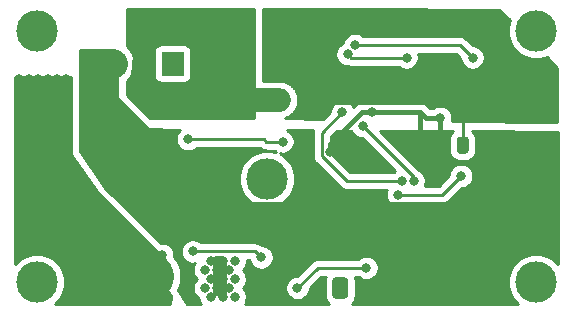
<source format=gbr>
%TF.GenerationSoftware,KiCad,Pcbnew,(5.1.9)-1*%
%TF.CreationDate,2021-04-21T21:59:07+08:00*%
%TF.ProjectId,xhp70-driver,78687037-302d-4647-9269-7665722e6b69,rev?*%
%TF.SameCoordinates,Original*%
%TF.FileFunction,Copper,L2,Bot*%
%TF.FilePolarity,Positive*%
%FSLAX46Y46*%
G04 Gerber Fmt 4.6, Leading zero omitted, Abs format (unit mm)*
G04 Created by KiCad (PCBNEW (5.1.9)-1) date 2021-04-21 21:59:07*
%MOMM*%
%LPD*%
G01*
G04 APERTURE LIST*
%TA.AperFunction,ComponentPad*%
%ADD10C,3.500000*%
%TD*%
%TA.AperFunction,ComponentPad*%
%ADD11O,1.905000X2.000000*%
%TD*%
%TA.AperFunction,ComponentPad*%
%ADD12R,1.905000X2.000000*%
%TD*%
%TA.AperFunction,ComponentPad*%
%ADD13O,2.000000X2.000000*%
%TD*%
%TA.AperFunction,ComponentPad*%
%ADD14R,2.000000X2.000000*%
%TD*%
%TA.AperFunction,ViaPad*%
%ADD15C,0.800000*%
%TD*%
%TA.AperFunction,Conductor*%
%ADD16C,3.000000*%
%TD*%
%TA.AperFunction,Conductor*%
%ADD17C,0.400000*%
%TD*%
%TA.AperFunction,Conductor*%
%ADD18C,2.500000*%
%TD*%
%TA.AperFunction,Conductor*%
%ADD19C,4.000000*%
%TD*%
%TA.AperFunction,Conductor*%
%ADD20C,0.250000*%
%TD*%
%TA.AperFunction,Conductor*%
%ADD21C,2.000000*%
%TD*%
%TA.AperFunction,Conductor*%
%ADD22C,0.254000*%
%TD*%
%TA.AperFunction,Conductor*%
%ADD23C,0.100000*%
%TD*%
G04 APERTURE END LIST*
%TO.P,C7,2*%
%TO.N,GND*%
%TA.AperFunction,SMDPad,CuDef*%
G36*
G01*
X149150000Y-62425000D02*
X149150000Y-63375000D01*
G75*
G02*
X148900000Y-63625000I-250000J0D01*
G01*
X148400000Y-63625000D01*
G75*
G02*
X148150000Y-63375000I0J250000D01*
G01*
X148150000Y-62425000D01*
G75*
G02*
X148400000Y-62175000I250000J0D01*
G01*
X148900000Y-62175000D01*
G75*
G02*
X149150000Y-62425000I0J-250000D01*
G01*
G37*
%TD.AperFunction*%
%TO.P,C7,1*%
%TO.N,Batt+*%
%TA.AperFunction,SMDPad,CuDef*%
G36*
G01*
X151050000Y-62425000D02*
X151050000Y-63375000D01*
G75*
G02*
X150800000Y-63625000I-250000J0D01*
G01*
X150300000Y-63625000D01*
G75*
G02*
X150050000Y-63375000I0J250000D01*
G01*
X150050000Y-62425000D01*
G75*
G02*
X150300000Y-62175000I250000J0D01*
G01*
X150800000Y-62175000D01*
G75*
G02*
X151050000Y-62425000I0J-250000D01*
G01*
G37*
%TD.AperFunction*%
%TD*%
D10*
%TO.P,H3,1*%
%TO.N,N/C*%
X156750000Y-74500000D03*
%TD*%
D11*
%TO.P,Q1,3*%
%TO.N,GND*%
X120920000Y-56000000D03*
%TO.P,Q1,2*%
%TO.N,Net-(D1-Pad2)*%
X123460000Y-56000000D03*
D12*
%TO.P,Q1,1*%
%TO.N,Net-(Q1-Pad1)*%
X126000000Y-56000000D03*
%TD*%
D13*
%TO.P,D1,2*%
%TO.N,Net-(D1-Pad2)*%
X135000000Y-59080000D03*
D14*
%TO.P,D1,1*%
%TO.N,Batt+*%
X135000000Y-54000000D03*
%TD*%
%TO.P,R2,2*%
%TO.N,Net-(C3-Pad2)*%
%TA.AperFunction,SMDPad,CuDef*%
G36*
G01*
X124687500Y-72574999D02*
X124687500Y-75425001D01*
G75*
G02*
X124437501Y-75675000I-249999J0D01*
G01*
X123712499Y-75675000D01*
G75*
G02*
X123462500Y-75425001I0J249999D01*
G01*
X123462500Y-72574999D01*
G75*
G02*
X123712499Y-72325000I249999J0D01*
G01*
X124437501Y-72325000D01*
G75*
G02*
X124687500Y-72574999I0J-249999D01*
G01*
G37*
%TD.AperFunction*%
%TO.P,R2,1*%
%TO.N,Batt+*%
%TA.AperFunction,SMDPad,CuDef*%
G36*
G01*
X130612500Y-72574999D02*
X130612500Y-75425001D01*
G75*
G02*
X130362501Y-75675000I-249999J0D01*
G01*
X129637499Y-75675000D01*
G75*
G02*
X129387500Y-75425001I0J249999D01*
G01*
X129387500Y-72574999D01*
G75*
G02*
X129637499Y-72325000I249999J0D01*
G01*
X130362501Y-72325000D01*
G75*
G02*
X130612500Y-72574999I0J-249999D01*
G01*
G37*
%TD.AperFunction*%
%TD*%
%TO.P,C1,2*%
%TO.N,GND*%
%TA.AperFunction,SMDPad,CuDef*%
G36*
G01*
X142650000Y-75650003D02*
X142650000Y-74349997D01*
G75*
G02*
X142899997Y-74100000I249997J0D01*
G01*
X143725003Y-74100000D01*
G75*
G02*
X143975000Y-74349997I0J-249997D01*
G01*
X143975000Y-75650003D01*
G75*
G02*
X143725003Y-75900000I-249997J0D01*
G01*
X142899997Y-75900000D01*
G75*
G02*
X142650000Y-75650003I0J249997D01*
G01*
G37*
%TD.AperFunction*%
%TO.P,C1,1*%
%TO.N,Batt+*%
%TA.AperFunction,SMDPad,CuDef*%
G36*
G01*
X139525000Y-75650003D02*
X139525000Y-74349997D01*
G75*
G02*
X139774997Y-74100000I249997J0D01*
G01*
X140600003Y-74100000D01*
G75*
G02*
X140850000Y-74349997I0J-249997D01*
G01*
X140850000Y-75650003D01*
G75*
G02*
X140600003Y-75900000I-249997J0D01*
G01*
X139774997Y-75900000D01*
G75*
G02*
X139525000Y-75650003I0J249997D01*
G01*
G37*
%TD.AperFunction*%
%TD*%
D10*
%TO.P,H1,1*%
%TO.N,N/C*%
X114500000Y-53250000D03*
%TD*%
%TO.P,H5,1*%
%TO.N,N/C*%
X134000000Y-65750000D03*
%TD*%
%TO.P,H4,1*%
%TO.N,N/C*%
X156750000Y-53250000D03*
%TD*%
%TO.P,H2,1*%
%TO.N,N/C*%
X114500000Y-74500000D03*
%TD*%
D15*
%TO.N,GND*%
X137000000Y-72700000D03*
X158000000Y-63500000D03*
X157000000Y-63500000D03*
X156000000Y-63500000D03*
X155000000Y-63500000D03*
X155000000Y-64500000D03*
X156000000Y-64500000D03*
X157000000Y-64500000D03*
X158000000Y-64500000D03*
X156000000Y-66500000D03*
X157000000Y-66500000D03*
X158000000Y-66500000D03*
X155000000Y-66500000D03*
X155000000Y-65500000D03*
X156000000Y-65500000D03*
X158000000Y-65500000D03*
X157000000Y-65500000D03*
X147750000Y-72425000D03*
X140900000Y-68000000D03*
X141700000Y-68000000D03*
X142500000Y-68000000D03*
X143300000Y-68000000D03*
X140900000Y-68800000D03*
X141700000Y-68800000D03*
X142500000Y-68800000D03*
X143300000Y-68800000D03*
X143300000Y-69600000D03*
X142500000Y-69600000D03*
X141700000Y-69600000D03*
X140900000Y-69600000D03*
X140900000Y-70400000D03*
X141700000Y-70400000D03*
X142500000Y-70400000D03*
X143300000Y-70400000D03*
X139350000Y-63500000D03*
X142838803Y-60100000D03*
X146375000Y-63500000D03*
X151000000Y-70500000D03*
X143312500Y-75000000D03*
X148650000Y-60600000D03*
%TO.N,Net-(C3-Pad2)*%
X122700000Y-72200000D03*
X123500000Y-72200000D03*
X124300000Y-72200000D03*
X125100000Y-72200000D03*
X124700000Y-72900000D03*
X123900000Y-72900000D03*
X123100000Y-72900000D03*
X125100000Y-73600000D03*
X122700000Y-73600000D03*
X124300000Y-73600000D03*
X123500000Y-73600000D03*
X123900000Y-74300000D03*
X123100000Y-74300000D03*
X124700000Y-74300000D03*
X125100000Y-75000000D03*
X123900000Y-75700000D03*
X123100000Y-75700000D03*
X124700000Y-75700000D03*
X123500000Y-75000000D03*
X124300000Y-75000000D03*
X122700000Y-75000000D03*
X113000000Y-57300000D03*
X142400000Y-73300000D03*
X136562500Y-75000000D03*
X136562500Y-75000000D03*
X113800000Y-57300000D03*
X114600000Y-57300000D03*
X115400000Y-57300000D03*
X116200000Y-57300000D03*
X116600000Y-58000000D03*
X115000000Y-58000000D03*
X114200000Y-58000000D03*
X115800000Y-58000000D03*
X113400000Y-58000000D03*
X117000000Y-57300000D03*
X116200000Y-58700000D03*
X116600000Y-59400000D03*
X114200000Y-59400000D03*
X114600000Y-58700000D03*
X115000000Y-59400000D03*
X113400000Y-59400000D03*
X115800000Y-59400000D03*
X117000000Y-58700000D03*
X113800000Y-58700000D03*
X115400000Y-58700000D03*
X113000000Y-58700000D03*
X115800000Y-60800000D03*
X113000000Y-60100000D03*
X115400000Y-60100000D03*
X114200000Y-60800000D03*
X116600000Y-60800000D03*
X115000000Y-60800000D03*
X113800000Y-60100000D03*
X117000000Y-60100000D03*
X116200000Y-60100000D03*
X114600000Y-60100000D03*
X113400000Y-60800000D03*
X122300000Y-75700000D03*
X120700000Y-74300000D03*
X121900000Y-72200000D03*
X121900000Y-73600000D03*
X122300000Y-74300000D03*
X120700000Y-75700000D03*
X121500000Y-75700000D03*
X121100000Y-73600000D03*
X120700000Y-72900000D03*
X121100000Y-75000000D03*
X121900000Y-75000000D03*
X121500000Y-74300000D03*
X122300000Y-72900000D03*
X121500000Y-72900000D03*
X121100000Y-72200000D03*
X119900000Y-72900000D03*
X119100000Y-72900000D03*
X118700000Y-72200000D03*
X119900000Y-75700000D03*
X119500000Y-72200000D03*
X118300000Y-75700000D03*
X119100000Y-75700000D03*
X118700000Y-73600000D03*
X118300000Y-72900000D03*
X118700000Y-75000000D03*
X119500000Y-75000000D03*
X119100000Y-74300000D03*
X119500000Y-73600000D03*
X119900000Y-74300000D03*
X118300000Y-74300000D03*
X120300000Y-72200000D03*
X120300000Y-75000000D03*
X120300000Y-73600000D03*
X117500000Y-75700000D03*
X117500000Y-72900000D03*
X117900000Y-72200000D03*
X117900000Y-75000000D03*
X117900000Y-73600000D03*
X117500000Y-74300000D03*
%TO.N,Net-(D1-Pad2)*%
X122700000Y-58000000D03*
X123100000Y-58700000D03*
X123500000Y-58000000D03*
X124700000Y-58700000D03*
X124300000Y-59400000D03*
X123900000Y-58700000D03*
X123500000Y-59400000D03*
X123900000Y-60100000D03*
X124700000Y-60100000D03*
X124300000Y-58000000D03*
X125100000Y-59400000D03*
X125500000Y-60100000D03*
X125100000Y-58000000D03*
X125500000Y-58700000D03*
X125900000Y-59400000D03*
X126300000Y-60100000D03*
X125900000Y-58000000D03*
X126700000Y-59400000D03*
X127100000Y-60100000D03*
X126300000Y-58700000D03*
X126700000Y-58000000D03*
X127100000Y-58700000D03*
%TO.N,Net-(Q1-Pad1)*%
X127300000Y-62400000D03*
X135300000Y-62600000D03*
%TO.N,Batt+*%
X158000000Y-59000000D03*
X158000000Y-60000000D03*
X157000000Y-60000000D03*
X157000000Y-59000000D03*
X156000000Y-59000000D03*
X156000000Y-60000000D03*
X155000000Y-60000000D03*
X155000000Y-59000000D03*
X155000000Y-58000000D03*
X156000000Y-58000000D03*
X157000000Y-58000000D03*
X158000000Y-58000000D03*
X158000000Y-57000000D03*
X157000000Y-57000000D03*
X156000000Y-57000000D03*
X155000000Y-57000000D03*
X129250000Y-72750000D03*
X130250000Y-72750000D03*
X131250000Y-72750000D03*
X130750000Y-73500000D03*
X129750000Y-73500000D03*
X128750000Y-73500000D03*
X131250000Y-74250000D03*
X129250000Y-74250000D03*
X130250000Y-74250000D03*
X129250000Y-75750000D03*
X130250000Y-75750000D03*
X131250000Y-75750000D03*
X130750000Y-75000000D03*
X128750000Y-75000000D03*
X129750000Y-75000000D03*
X144000000Y-58000000D03*
X140193750Y-74993750D03*
X147700000Y-58000000D03*
%TO.N,PWM*%
X142100000Y-61300000D03*
X146387347Y-65912653D03*
%TO.N,Net-(C3-Pad1)*%
X133500000Y-72400000D03*
X127700000Y-71900000D03*
%TO.N,+5V*%
X145800000Y-55500000D03*
X140800000Y-55200000D03*
X145068094Y-67100001D03*
X150425000Y-65500000D03*
%TO.N,NTC*%
X145388060Y-65950451D03*
X140365000Y-60100000D03*
%TO.N,EC_B*%
X141440186Y-54431777D03*
X151400000Y-55500000D03*
%TD*%
D16*
%TO.N,GND*%
X129662002Y-69200001D02*
X120147489Y-59685488D01*
X155000000Y-64500000D02*
X150299999Y-69200001D01*
D17*
X137000000Y-69700002D02*
X137500001Y-69200001D01*
X137000000Y-72700000D02*
X137000000Y-69700002D01*
D16*
X137500001Y-69200001D02*
X129662002Y-69200001D01*
D17*
X145175000Y-75000000D02*
X147750000Y-72425000D01*
X143312500Y-75000000D02*
X143312500Y-75000000D01*
X147750000Y-70550000D02*
X149099999Y-69200001D01*
X147750000Y-72425000D02*
X147750000Y-70550000D01*
D16*
X150299999Y-69200001D02*
X149099999Y-69200001D01*
X149099999Y-69200001D02*
X145300001Y-69200001D01*
X145300001Y-69200001D02*
X137500001Y-69200001D01*
D17*
X139350000Y-62775000D02*
X142025000Y-60100000D01*
X142025000Y-60100000D02*
X142838803Y-60100000D01*
X139350000Y-63500000D02*
X139350000Y-62775000D01*
X142838803Y-60100000D02*
X146950000Y-60100000D01*
X146950000Y-62925000D02*
X146375000Y-63500000D01*
X146950000Y-60100000D02*
X146950000Y-62925000D01*
D18*
X120920000Y-56000000D02*
X120250000Y-56000000D01*
X120147489Y-56102511D02*
X120147489Y-59685488D01*
X120250000Y-56000000D02*
X120147489Y-56102511D01*
D17*
X143312500Y-75000000D02*
X145175000Y-75000000D01*
X147450000Y-60600000D02*
X146950000Y-60100000D01*
X148650000Y-60600000D02*
X147450000Y-60600000D01*
X148650000Y-62900000D02*
X148650000Y-60600000D01*
D19*
%TO.N,Net-(C3-Pad2)*%
X115000000Y-64925000D02*
X115000000Y-59000000D01*
X124075000Y-74000000D02*
X115000000Y-64925000D01*
D20*
X138262500Y-73300000D02*
X136562500Y-75000000D01*
X142400000Y-73300000D02*
X138262500Y-73300000D01*
D21*
%TO.N,Net-(D1-Pad2)*%
X123450000Y-56810608D02*
X123450000Y-56931824D01*
X123450000Y-58360001D02*
X123450000Y-57250000D01*
X124067498Y-59080000D02*
X123993749Y-59006251D01*
X135000000Y-59080000D02*
X124067498Y-59080000D01*
X123993749Y-59006251D02*
X123347499Y-58360001D01*
D20*
%TO.N,Net-(Q1-Pad1)*%
X133921002Y-62600000D02*
X135300000Y-62600000D01*
X133721002Y-62400000D02*
X133921002Y-62600000D01*
X127300000Y-62400000D02*
X133721002Y-62400000D01*
D16*
%TO.N,Batt+*%
X139000000Y-58000000D02*
X135000000Y-54000000D01*
X144000000Y-58000000D02*
X139000000Y-58000000D01*
D20*
X150550000Y-59850000D02*
X152400000Y-58000000D01*
D16*
X155000000Y-58000000D02*
X152400000Y-58000000D01*
D20*
X150550000Y-62900000D02*
X150550000Y-60250000D01*
X150550000Y-60250000D02*
X150550000Y-59850000D01*
X150550000Y-60600000D02*
X150550000Y-60250000D01*
D16*
X147700000Y-58000000D02*
X144000000Y-58000000D01*
X152400000Y-58000000D02*
X147700000Y-58000000D01*
D20*
%TO.N,PWM*%
X146387347Y-65587347D02*
X146387347Y-65912653D01*
X142100000Y-61300000D02*
X146387347Y-65587347D01*
%TO.N,Net-(C3-Pad1)*%
X133000000Y-71900000D02*
X127700000Y-71900000D01*
X133500000Y-72400000D02*
X133000000Y-71900000D01*
%TO.N,+5V*%
X141100000Y-55500000D02*
X140800000Y-55200000D01*
X145800000Y-55500000D02*
X141100000Y-55500000D01*
X148824999Y-67100001D02*
X150425000Y-65500000D01*
X145068094Y-67100001D02*
X148824999Y-67100001D01*
%TO.N,NTC*%
X138624999Y-63848001D02*
X138624999Y-61840001D01*
X140727449Y-65950451D02*
X138624999Y-63848001D01*
X138624999Y-61840001D02*
X140365000Y-60100000D01*
X145388060Y-65950451D02*
X140727449Y-65950451D01*
%TO.N,EC_B*%
X141440186Y-54431777D02*
X150331777Y-54431777D01*
X150331777Y-54431777D02*
X151400000Y-55500000D01*
%TD*%
D22*
%TO.N,GND*%
X121373477Y-60461002D02*
X121378055Y-60485474D01*
X121387319Y-60508583D01*
X121400913Y-60529440D01*
X121418315Y-60547245D01*
X121448420Y-60566054D01*
X123698420Y-61566054D01*
X123722053Y-61573887D01*
X123749280Y-61576998D01*
X126644212Y-61593400D01*
X126640226Y-61596063D01*
X126496063Y-61740226D01*
X126382795Y-61909744D01*
X126304774Y-62098102D01*
X126265000Y-62298061D01*
X126265000Y-62501939D01*
X126304774Y-62701898D01*
X126382795Y-62890256D01*
X126496063Y-63059774D01*
X126640226Y-63203937D01*
X126809744Y-63317205D01*
X126998102Y-63395226D01*
X127198061Y-63435000D01*
X127401939Y-63435000D01*
X127601898Y-63395226D01*
X127790256Y-63317205D01*
X127959774Y-63203937D01*
X128003711Y-63160000D01*
X133405370Y-63160000D01*
X133496726Y-63234974D01*
X133628755Y-63305546D01*
X133772016Y-63349003D01*
X133883669Y-63360000D01*
X133883677Y-63360000D01*
X133921002Y-63363676D01*
X133958327Y-63360000D01*
X134596289Y-63360000D01*
X134640226Y-63403937D01*
X134757359Y-63482203D01*
X134695679Y-63456654D01*
X134234902Y-63365000D01*
X133765098Y-63365000D01*
X133304321Y-63456654D01*
X132870279Y-63636440D01*
X132479651Y-63897450D01*
X132147450Y-64229651D01*
X131886440Y-64620279D01*
X131706654Y-65054321D01*
X131615000Y-65515098D01*
X131615000Y-65984902D01*
X131706654Y-66445679D01*
X131886440Y-66879721D01*
X132147450Y-67270349D01*
X132479651Y-67602550D01*
X132870279Y-67863560D01*
X133304321Y-68043346D01*
X133765098Y-68135000D01*
X134234902Y-68135000D01*
X134695679Y-68043346D01*
X135129721Y-67863560D01*
X135520349Y-67602550D01*
X135852550Y-67270349D01*
X136113560Y-66879721D01*
X136293346Y-66445679D01*
X136385000Y-65984902D01*
X136385000Y-65515098D01*
X136293346Y-65054321D01*
X136113560Y-64620279D01*
X135852550Y-64229651D01*
X135520349Y-63897450D01*
X135129721Y-63636440D01*
X135059896Y-63607517D01*
X135198061Y-63635000D01*
X135401939Y-63635000D01*
X135601898Y-63595226D01*
X135790256Y-63517205D01*
X135959774Y-63403937D01*
X136103937Y-63259774D01*
X136217205Y-63090256D01*
X136295226Y-62901898D01*
X136335000Y-62701939D01*
X136335000Y-62498061D01*
X136295226Y-62298102D01*
X136217205Y-62109744D01*
X136103937Y-61940226D01*
X135959774Y-61796063D01*
X135790256Y-61682795D01*
X135698282Y-61644698D01*
X137886287Y-61657094D01*
X137875997Y-61691015D01*
X137865651Y-61796063D01*
X137861323Y-61840001D01*
X137865000Y-61877333D01*
X137864999Y-63810678D01*
X137861323Y-63848001D01*
X137864999Y-63885323D01*
X137864999Y-63885333D01*
X137875996Y-63996986D01*
X137911311Y-64113405D01*
X137919453Y-64140247D01*
X137990025Y-64272277D01*
X138029870Y-64320827D01*
X138084998Y-64388002D01*
X138114002Y-64411805D01*
X140163650Y-66461454D01*
X140187448Y-66490452D01*
X140303173Y-66585425D01*
X140435202Y-66655997D01*
X140578463Y-66699454D01*
X140690116Y-66710451D01*
X140690125Y-66710451D01*
X140727448Y-66714127D01*
X140764771Y-66710451D01*
X144109175Y-66710451D01*
X144072868Y-66798103D01*
X144033094Y-66998062D01*
X144033094Y-67201940D01*
X144072868Y-67401899D01*
X144150889Y-67590257D01*
X144264157Y-67759775D01*
X144408320Y-67903938D01*
X144577838Y-68017206D01*
X144766196Y-68095227D01*
X144966155Y-68135001D01*
X145170033Y-68135001D01*
X145369992Y-68095227D01*
X145558350Y-68017206D01*
X145727868Y-67903938D01*
X145771805Y-67860001D01*
X148787677Y-67860001D01*
X148824999Y-67863677D01*
X148862321Y-67860001D01*
X148862332Y-67860001D01*
X148973985Y-67849004D01*
X149117246Y-67805547D01*
X149249275Y-67734975D01*
X149365000Y-67640002D01*
X149388803Y-67610998D01*
X150464802Y-66535000D01*
X150526939Y-66535000D01*
X150726898Y-66495226D01*
X150915256Y-66417205D01*
X151084774Y-66303937D01*
X151228937Y-66159774D01*
X151342205Y-65990256D01*
X151420226Y-65801898D01*
X151460000Y-65601939D01*
X151460000Y-65398061D01*
X151420226Y-65198102D01*
X151342205Y-65009744D01*
X151228937Y-64840226D01*
X151084774Y-64696063D01*
X150915256Y-64582795D01*
X150726898Y-64504774D01*
X150526939Y-64465000D01*
X150323061Y-64465000D01*
X150123102Y-64504774D01*
X149934744Y-64582795D01*
X149765226Y-64696063D01*
X149621063Y-64840226D01*
X149507795Y-65009744D01*
X149429774Y-65198102D01*
X149390000Y-65398061D01*
X149390000Y-65460198D01*
X148510198Y-66340001D01*
X147330610Y-66340001D01*
X147382573Y-66214551D01*
X147422347Y-66014592D01*
X147422347Y-65810714D01*
X147382573Y-65610755D01*
X147304552Y-65422397D01*
X147191284Y-65252879D01*
X147047121Y-65108716D01*
X146877603Y-64995448D01*
X146865051Y-64990249D01*
X143564064Y-61689263D01*
X149760583Y-61724371D01*
X149672038Y-61797038D01*
X149561595Y-61931614D01*
X149479528Y-62085150D01*
X149428992Y-62251746D01*
X149411928Y-62425000D01*
X149411928Y-63375000D01*
X149428992Y-63548254D01*
X149479528Y-63714850D01*
X149561595Y-63868386D01*
X149672038Y-64002962D01*
X149806614Y-64113405D01*
X149960150Y-64195472D01*
X150126746Y-64246008D01*
X150300000Y-64263072D01*
X150800000Y-64263072D01*
X150973254Y-64246008D01*
X151139850Y-64195472D01*
X151293386Y-64113405D01*
X151427962Y-64002962D01*
X151538405Y-63868386D01*
X151620472Y-63714850D01*
X151671008Y-63548254D01*
X151688072Y-63375000D01*
X151688072Y-62425000D01*
X151671008Y-62251746D01*
X151620472Y-62085150D01*
X151538405Y-61931614D01*
X151427962Y-61797038D01*
X151350392Y-61733378D01*
X158595003Y-61774424D01*
X158601576Y-72978677D01*
X158270349Y-72647450D01*
X157879721Y-72386440D01*
X157445679Y-72206654D01*
X156984902Y-72115000D01*
X156515098Y-72115000D01*
X156054321Y-72206654D01*
X155620279Y-72386440D01*
X155229651Y-72647450D01*
X154897450Y-72979651D01*
X154636440Y-73370279D01*
X154456654Y-73804321D01*
X154365000Y-74265098D01*
X154365000Y-74734902D01*
X154456654Y-75195679D01*
X154636440Y-75629721D01*
X154897450Y-76020349D01*
X155217100Y-76339999D01*
X141152370Y-76340000D01*
X141227963Y-76277963D01*
X141338405Y-76143388D01*
X141420472Y-75989852D01*
X141471008Y-75823257D01*
X141488072Y-75650003D01*
X141488072Y-74349997D01*
X141471008Y-74176743D01*
X141435594Y-74060000D01*
X141696289Y-74060000D01*
X141740226Y-74103937D01*
X141909744Y-74217205D01*
X142098102Y-74295226D01*
X142298061Y-74335000D01*
X142501939Y-74335000D01*
X142701898Y-74295226D01*
X142890256Y-74217205D01*
X143059774Y-74103937D01*
X143203937Y-73959774D01*
X143317205Y-73790256D01*
X143395226Y-73601898D01*
X143435000Y-73401939D01*
X143435000Y-73198061D01*
X143395226Y-72998102D01*
X143317205Y-72809744D01*
X143203937Y-72640226D01*
X143059774Y-72496063D01*
X142890256Y-72382795D01*
X142701898Y-72304774D01*
X142501939Y-72265000D01*
X142298061Y-72265000D01*
X142098102Y-72304774D01*
X141909744Y-72382795D01*
X141740226Y-72496063D01*
X141696289Y-72540000D01*
X138299822Y-72540000D01*
X138262499Y-72536324D01*
X138225176Y-72540000D01*
X138225167Y-72540000D01*
X138113514Y-72550997D01*
X137970253Y-72594454D01*
X137838223Y-72665026D01*
X137754583Y-72733668D01*
X137722499Y-72759999D01*
X137698701Y-72788997D01*
X136522699Y-73965000D01*
X136460561Y-73965000D01*
X136260602Y-74004774D01*
X136072244Y-74082795D01*
X135902726Y-74196063D01*
X135758563Y-74340226D01*
X135645295Y-74509744D01*
X135567274Y-74698102D01*
X135527500Y-74898061D01*
X135527500Y-75101939D01*
X135567274Y-75301898D01*
X135645295Y-75490256D01*
X135758563Y-75659774D01*
X135902726Y-75803937D01*
X136072244Y-75917205D01*
X136260602Y-75995226D01*
X136460561Y-76035000D01*
X136664439Y-76035000D01*
X136864398Y-75995226D01*
X137052756Y-75917205D01*
X137222274Y-75803937D01*
X137366437Y-75659774D01*
X137479705Y-75490256D01*
X137557726Y-75301898D01*
X137597500Y-75101939D01*
X137597500Y-75039801D01*
X138577302Y-74060000D01*
X138939406Y-74060000D01*
X138903992Y-74176743D01*
X138886928Y-74349997D01*
X138886928Y-75650003D01*
X138903992Y-75823257D01*
X138954528Y-75989852D01*
X139036595Y-76143388D01*
X139147037Y-76277963D01*
X139222630Y-76340000D01*
X132100558Y-76340000D01*
X132167205Y-76240256D01*
X132245226Y-76051898D01*
X132285000Y-75851939D01*
X132285000Y-75648061D01*
X132245226Y-75448102D01*
X132167205Y-75259744D01*
X132053937Y-75090226D01*
X131963711Y-75000000D01*
X132053937Y-74909774D01*
X132167205Y-74740256D01*
X132245226Y-74551898D01*
X132285000Y-74351939D01*
X132285000Y-74148061D01*
X132245226Y-73948102D01*
X132167205Y-73759744D01*
X132053937Y-73590226D01*
X131963711Y-73500000D01*
X132053937Y-73409774D01*
X132167205Y-73240256D01*
X132245226Y-73051898D01*
X132285000Y-72851939D01*
X132285000Y-72660000D01*
X132496440Y-72660000D01*
X132504774Y-72701898D01*
X132582795Y-72890256D01*
X132696063Y-73059774D01*
X132840226Y-73203937D01*
X133009744Y-73317205D01*
X133198102Y-73395226D01*
X133398061Y-73435000D01*
X133601939Y-73435000D01*
X133801898Y-73395226D01*
X133990256Y-73317205D01*
X134159774Y-73203937D01*
X134303937Y-73059774D01*
X134417205Y-72890256D01*
X134495226Y-72701898D01*
X134535000Y-72501939D01*
X134535000Y-72298061D01*
X134495226Y-72098102D01*
X134417205Y-71909744D01*
X134303937Y-71740226D01*
X134159774Y-71596063D01*
X133990256Y-71482795D01*
X133801898Y-71404774D01*
X133601939Y-71365000D01*
X133544105Y-71365000D01*
X133540001Y-71359999D01*
X133424276Y-71265026D01*
X133292247Y-71194454D01*
X133148986Y-71150997D01*
X133037333Y-71140000D01*
X133037322Y-71140000D01*
X133000000Y-71136324D01*
X132962678Y-71140000D01*
X128403711Y-71140000D01*
X128359774Y-71096063D01*
X128190256Y-70982795D01*
X128001898Y-70904774D01*
X127801939Y-70865000D01*
X127598061Y-70865000D01*
X127398102Y-70904774D01*
X127209744Y-70982795D01*
X127040226Y-71096063D01*
X126896063Y-71240226D01*
X126782795Y-71409744D01*
X126704774Y-71598102D01*
X126665000Y-71798061D01*
X126665000Y-72001939D01*
X126704774Y-72201898D01*
X126782795Y-72390256D01*
X126896063Y-72559774D01*
X127040226Y-72703937D01*
X127209744Y-72817205D01*
X127398102Y-72895226D01*
X127598061Y-72935000D01*
X127801939Y-72935000D01*
X127895122Y-72916465D01*
X127832795Y-73009744D01*
X127754774Y-73198102D01*
X127715000Y-73398061D01*
X127715000Y-73601939D01*
X127754774Y-73801898D01*
X127832795Y-73990256D01*
X127946063Y-74159774D01*
X128036289Y-74250000D01*
X127946063Y-74340226D01*
X127832795Y-74509744D01*
X127754774Y-74698102D01*
X127715000Y-74898061D01*
X127715000Y-75101939D01*
X127754774Y-75301898D01*
X127832795Y-75490256D01*
X127946063Y-75659774D01*
X128090226Y-75803937D01*
X128223114Y-75892729D01*
X128254774Y-76051898D01*
X128332795Y-76240256D01*
X128399442Y-76340000D01*
X127230521Y-76340000D01*
X126424196Y-75194733D01*
X126521201Y-75013249D01*
X126671873Y-74516549D01*
X126722748Y-73999999D01*
X126671873Y-73483449D01*
X126521201Y-72986750D01*
X126276522Y-72528989D01*
X126126258Y-72345891D01*
X126135000Y-72301939D01*
X126135000Y-72098061D01*
X126095226Y-71898102D01*
X126017205Y-71709744D01*
X125903937Y-71540226D01*
X125759774Y-71396063D01*
X125590256Y-71282795D01*
X125401898Y-71204774D01*
X125201939Y-71165000D01*
X124998061Y-71165000D01*
X124971697Y-71170244D01*
X120305568Y-66504115D01*
X118127000Y-63409778D01*
X118127000Y-54827000D01*
X120883564Y-54827000D01*
X121373477Y-60461002D01*
%TA.AperFunction,Conductor*%
D23*
G36*
X121373477Y-60461002D02*
G01*
X121378055Y-60485474D01*
X121387319Y-60508583D01*
X121400913Y-60529440D01*
X121418315Y-60547245D01*
X121448420Y-60566054D01*
X123698420Y-61566054D01*
X123722053Y-61573887D01*
X123749280Y-61576998D01*
X126644212Y-61593400D01*
X126640226Y-61596063D01*
X126496063Y-61740226D01*
X126382795Y-61909744D01*
X126304774Y-62098102D01*
X126265000Y-62298061D01*
X126265000Y-62501939D01*
X126304774Y-62701898D01*
X126382795Y-62890256D01*
X126496063Y-63059774D01*
X126640226Y-63203937D01*
X126809744Y-63317205D01*
X126998102Y-63395226D01*
X127198061Y-63435000D01*
X127401939Y-63435000D01*
X127601898Y-63395226D01*
X127790256Y-63317205D01*
X127959774Y-63203937D01*
X128003711Y-63160000D01*
X133405370Y-63160000D01*
X133496726Y-63234974D01*
X133628755Y-63305546D01*
X133772016Y-63349003D01*
X133883669Y-63360000D01*
X133883677Y-63360000D01*
X133921002Y-63363676D01*
X133958327Y-63360000D01*
X134596289Y-63360000D01*
X134640226Y-63403937D01*
X134757359Y-63482203D01*
X134695679Y-63456654D01*
X134234902Y-63365000D01*
X133765098Y-63365000D01*
X133304321Y-63456654D01*
X132870279Y-63636440D01*
X132479651Y-63897450D01*
X132147450Y-64229651D01*
X131886440Y-64620279D01*
X131706654Y-65054321D01*
X131615000Y-65515098D01*
X131615000Y-65984902D01*
X131706654Y-66445679D01*
X131886440Y-66879721D01*
X132147450Y-67270349D01*
X132479651Y-67602550D01*
X132870279Y-67863560D01*
X133304321Y-68043346D01*
X133765098Y-68135000D01*
X134234902Y-68135000D01*
X134695679Y-68043346D01*
X135129721Y-67863560D01*
X135520349Y-67602550D01*
X135852550Y-67270349D01*
X136113560Y-66879721D01*
X136293346Y-66445679D01*
X136385000Y-65984902D01*
X136385000Y-65515098D01*
X136293346Y-65054321D01*
X136113560Y-64620279D01*
X135852550Y-64229651D01*
X135520349Y-63897450D01*
X135129721Y-63636440D01*
X135059896Y-63607517D01*
X135198061Y-63635000D01*
X135401939Y-63635000D01*
X135601898Y-63595226D01*
X135790256Y-63517205D01*
X135959774Y-63403937D01*
X136103937Y-63259774D01*
X136217205Y-63090256D01*
X136295226Y-62901898D01*
X136335000Y-62701939D01*
X136335000Y-62498061D01*
X136295226Y-62298102D01*
X136217205Y-62109744D01*
X136103937Y-61940226D01*
X135959774Y-61796063D01*
X135790256Y-61682795D01*
X135698282Y-61644698D01*
X137886287Y-61657094D01*
X137875997Y-61691015D01*
X137865651Y-61796063D01*
X137861323Y-61840001D01*
X137865000Y-61877333D01*
X137864999Y-63810678D01*
X137861323Y-63848001D01*
X137864999Y-63885323D01*
X137864999Y-63885333D01*
X137875996Y-63996986D01*
X137911311Y-64113405D01*
X137919453Y-64140247D01*
X137990025Y-64272277D01*
X138029870Y-64320827D01*
X138084998Y-64388002D01*
X138114002Y-64411805D01*
X140163650Y-66461454D01*
X140187448Y-66490452D01*
X140303173Y-66585425D01*
X140435202Y-66655997D01*
X140578463Y-66699454D01*
X140690116Y-66710451D01*
X140690125Y-66710451D01*
X140727448Y-66714127D01*
X140764771Y-66710451D01*
X144109175Y-66710451D01*
X144072868Y-66798103D01*
X144033094Y-66998062D01*
X144033094Y-67201940D01*
X144072868Y-67401899D01*
X144150889Y-67590257D01*
X144264157Y-67759775D01*
X144408320Y-67903938D01*
X144577838Y-68017206D01*
X144766196Y-68095227D01*
X144966155Y-68135001D01*
X145170033Y-68135001D01*
X145369992Y-68095227D01*
X145558350Y-68017206D01*
X145727868Y-67903938D01*
X145771805Y-67860001D01*
X148787677Y-67860001D01*
X148824999Y-67863677D01*
X148862321Y-67860001D01*
X148862332Y-67860001D01*
X148973985Y-67849004D01*
X149117246Y-67805547D01*
X149249275Y-67734975D01*
X149365000Y-67640002D01*
X149388803Y-67610998D01*
X150464802Y-66535000D01*
X150526939Y-66535000D01*
X150726898Y-66495226D01*
X150915256Y-66417205D01*
X151084774Y-66303937D01*
X151228937Y-66159774D01*
X151342205Y-65990256D01*
X151420226Y-65801898D01*
X151460000Y-65601939D01*
X151460000Y-65398061D01*
X151420226Y-65198102D01*
X151342205Y-65009744D01*
X151228937Y-64840226D01*
X151084774Y-64696063D01*
X150915256Y-64582795D01*
X150726898Y-64504774D01*
X150526939Y-64465000D01*
X150323061Y-64465000D01*
X150123102Y-64504774D01*
X149934744Y-64582795D01*
X149765226Y-64696063D01*
X149621063Y-64840226D01*
X149507795Y-65009744D01*
X149429774Y-65198102D01*
X149390000Y-65398061D01*
X149390000Y-65460198D01*
X148510198Y-66340001D01*
X147330610Y-66340001D01*
X147382573Y-66214551D01*
X147422347Y-66014592D01*
X147422347Y-65810714D01*
X147382573Y-65610755D01*
X147304552Y-65422397D01*
X147191284Y-65252879D01*
X147047121Y-65108716D01*
X146877603Y-64995448D01*
X146865051Y-64990249D01*
X143564064Y-61689263D01*
X149760583Y-61724371D01*
X149672038Y-61797038D01*
X149561595Y-61931614D01*
X149479528Y-62085150D01*
X149428992Y-62251746D01*
X149411928Y-62425000D01*
X149411928Y-63375000D01*
X149428992Y-63548254D01*
X149479528Y-63714850D01*
X149561595Y-63868386D01*
X149672038Y-64002962D01*
X149806614Y-64113405D01*
X149960150Y-64195472D01*
X150126746Y-64246008D01*
X150300000Y-64263072D01*
X150800000Y-64263072D01*
X150973254Y-64246008D01*
X151139850Y-64195472D01*
X151293386Y-64113405D01*
X151427962Y-64002962D01*
X151538405Y-63868386D01*
X151620472Y-63714850D01*
X151671008Y-63548254D01*
X151688072Y-63375000D01*
X151688072Y-62425000D01*
X151671008Y-62251746D01*
X151620472Y-62085150D01*
X151538405Y-61931614D01*
X151427962Y-61797038D01*
X151350392Y-61733378D01*
X158595003Y-61774424D01*
X158601576Y-72978677D01*
X158270349Y-72647450D01*
X157879721Y-72386440D01*
X157445679Y-72206654D01*
X156984902Y-72115000D01*
X156515098Y-72115000D01*
X156054321Y-72206654D01*
X155620279Y-72386440D01*
X155229651Y-72647450D01*
X154897450Y-72979651D01*
X154636440Y-73370279D01*
X154456654Y-73804321D01*
X154365000Y-74265098D01*
X154365000Y-74734902D01*
X154456654Y-75195679D01*
X154636440Y-75629721D01*
X154897450Y-76020349D01*
X155217100Y-76339999D01*
X141152370Y-76340000D01*
X141227963Y-76277963D01*
X141338405Y-76143388D01*
X141420472Y-75989852D01*
X141471008Y-75823257D01*
X141488072Y-75650003D01*
X141488072Y-74349997D01*
X141471008Y-74176743D01*
X141435594Y-74060000D01*
X141696289Y-74060000D01*
X141740226Y-74103937D01*
X141909744Y-74217205D01*
X142098102Y-74295226D01*
X142298061Y-74335000D01*
X142501939Y-74335000D01*
X142701898Y-74295226D01*
X142890256Y-74217205D01*
X143059774Y-74103937D01*
X143203937Y-73959774D01*
X143317205Y-73790256D01*
X143395226Y-73601898D01*
X143435000Y-73401939D01*
X143435000Y-73198061D01*
X143395226Y-72998102D01*
X143317205Y-72809744D01*
X143203937Y-72640226D01*
X143059774Y-72496063D01*
X142890256Y-72382795D01*
X142701898Y-72304774D01*
X142501939Y-72265000D01*
X142298061Y-72265000D01*
X142098102Y-72304774D01*
X141909744Y-72382795D01*
X141740226Y-72496063D01*
X141696289Y-72540000D01*
X138299822Y-72540000D01*
X138262499Y-72536324D01*
X138225176Y-72540000D01*
X138225167Y-72540000D01*
X138113514Y-72550997D01*
X137970253Y-72594454D01*
X137838223Y-72665026D01*
X137754583Y-72733668D01*
X137722499Y-72759999D01*
X137698701Y-72788997D01*
X136522699Y-73965000D01*
X136460561Y-73965000D01*
X136260602Y-74004774D01*
X136072244Y-74082795D01*
X135902726Y-74196063D01*
X135758563Y-74340226D01*
X135645295Y-74509744D01*
X135567274Y-74698102D01*
X135527500Y-74898061D01*
X135527500Y-75101939D01*
X135567274Y-75301898D01*
X135645295Y-75490256D01*
X135758563Y-75659774D01*
X135902726Y-75803937D01*
X136072244Y-75917205D01*
X136260602Y-75995226D01*
X136460561Y-76035000D01*
X136664439Y-76035000D01*
X136864398Y-75995226D01*
X137052756Y-75917205D01*
X137222274Y-75803937D01*
X137366437Y-75659774D01*
X137479705Y-75490256D01*
X137557726Y-75301898D01*
X137597500Y-75101939D01*
X137597500Y-75039801D01*
X138577302Y-74060000D01*
X138939406Y-74060000D01*
X138903992Y-74176743D01*
X138886928Y-74349997D01*
X138886928Y-75650003D01*
X138903992Y-75823257D01*
X138954528Y-75989852D01*
X139036595Y-76143388D01*
X139147037Y-76277963D01*
X139222630Y-76340000D01*
X132100558Y-76340000D01*
X132167205Y-76240256D01*
X132245226Y-76051898D01*
X132285000Y-75851939D01*
X132285000Y-75648061D01*
X132245226Y-75448102D01*
X132167205Y-75259744D01*
X132053937Y-75090226D01*
X131963711Y-75000000D01*
X132053937Y-74909774D01*
X132167205Y-74740256D01*
X132245226Y-74551898D01*
X132285000Y-74351939D01*
X132285000Y-74148061D01*
X132245226Y-73948102D01*
X132167205Y-73759744D01*
X132053937Y-73590226D01*
X131963711Y-73500000D01*
X132053937Y-73409774D01*
X132167205Y-73240256D01*
X132245226Y-73051898D01*
X132285000Y-72851939D01*
X132285000Y-72660000D01*
X132496440Y-72660000D01*
X132504774Y-72701898D01*
X132582795Y-72890256D01*
X132696063Y-73059774D01*
X132840226Y-73203937D01*
X133009744Y-73317205D01*
X133198102Y-73395226D01*
X133398061Y-73435000D01*
X133601939Y-73435000D01*
X133801898Y-73395226D01*
X133990256Y-73317205D01*
X134159774Y-73203937D01*
X134303937Y-73059774D01*
X134417205Y-72890256D01*
X134495226Y-72701898D01*
X134535000Y-72501939D01*
X134535000Y-72298061D01*
X134495226Y-72098102D01*
X134417205Y-71909744D01*
X134303937Y-71740226D01*
X134159774Y-71596063D01*
X133990256Y-71482795D01*
X133801898Y-71404774D01*
X133601939Y-71365000D01*
X133544105Y-71365000D01*
X133540001Y-71359999D01*
X133424276Y-71265026D01*
X133292247Y-71194454D01*
X133148986Y-71150997D01*
X133037333Y-71140000D01*
X133037322Y-71140000D01*
X133000000Y-71136324D01*
X132962678Y-71140000D01*
X128403711Y-71140000D01*
X128359774Y-71096063D01*
X128190256Y-70982795D01*
X128001898Y-70904774D01*
X127801939Y-70865000D01*
X127598061Y-70865000D01*
X127398102Y-70904774D01*
X127209744Y-70982795D01*
X127040226Y-71096063D01*
X126896063Y-71240226D01*
X126782795Y-71409744D01*
X126704774Y-71598102D01*
X126665000Y-71798061D01*
X126665000Y-72001939D01*
X126704774Y-72201898D01*
X126782795Y-72390256D01*
X126896063Y-72559774D01*
X127040226Y-72703937D01*
X127209744Y-72817205D01*
X127398102Y-72895226D01*
X127598061Y-72935000D01*
X127801939Y-72935000D01*
X127895122Y-72916465D01*
X127832795Y-73009744D01*
X127754774Y-73198102D01*
X127715000Y-73398061D01*
X127715000Y-73601939D01*
X127754774Y-73801898D01*
X127832795Y-73990256D01*
X127946063Y-74159774D01*
X128036289Y-74250000D01*
X127946063Y-74340226D01*
X127832795Y-74509744D01*
X127754774Y-74698102D01*
X127715000Y-74898061D01*
X127715000Y-75101939D01*
X127754774Y-75301898D01*
X127832795Y-75490256D01*
X127946063Y-75659774D01*
X128090226Y-75803937D01*
X128223114Y-75892729D01*
X128254774Y-76051898D01*
X128332795Y-76240256D01*
X128399442Y-76340000D01*
X127230521Y-76340000D01*
X126424196Y-75194733D01*
X126521201Y-75013249D01*
X126671873Y-74516549D01*
X126722748Y-73999999D01*
X126671873Y-73483449D01*
X126521201Y-72986750D01*
X126276522Y-72528989D01*
X126126258Y-72345891D01*
X126135000Y-72301939D01*
X126135000Y-72098061D01*
X126095226Y-71898102D01*
X126017205Y-71709744D01*
X125903937Y-71540226D01*
X125759774Y-71396063D01*
X125590256Y-71282795D01*
X125401898Y-71204774D01*
X125201939Y-71165000D01*
X124998061Y-71165000D01*
X124971697Y-71170244D01*
X120305568Y-66504115D01*
X118127000Y-63409778D01*
X118127000Y-54827000D01*
X120883564Y-54827000D01*
X121373477Y-60461002D01*
G37*
%TD.AperFunction*%
D22*
X141135262Y-61675502D02*
X141182795Y-61790256D01*
X141296063Y-61959774D01*
X141440226Y-62103937D01*
X141609744Y-62217205D01*
X141798102Y-62295226D01*
X141998061Y-62335000D01*
X142060199Y-62335000D01*
X144814264Y-65089066D01*
X144728286Y-65146514D01*
X144684349Y-65190451D01*
X141042251Y-65190451D01*
X139384999Y-63533200D01*
X139384999Y-62154802D01*
X139871460Y-61668342D01*
X141135262Y-61675502D01*
%TA.AperFunction,Conductor*%
D23*
G36*
X141135262Y-61675502D02*
G01*
X141182795Y-61790256D01*
X141296063Y-61959774D01*
X141440226Y-62103937D01*
X141609744Y-62217205D01*
X141798102Y-62295226D01*
X141998061Y-62335000D01*
X142060199Y-62335000D01*
X144814264Y-65089066D01*
X144728286Y-65146514D01*
X144684349Y-65190451D01*
X141042251Y-65190451D01*
X139384999Y-63533200D01*
X139384999Y-62154802D01*
X139871460Y-61668342D01*
X141135262Y-61675502D01*
G37*
%TD.AperFunction*%
%TD*%
D22*
%TO.N,Net-(D1-Pad2)*%
X132865000Y-53895128D02*
X132854671Y-54000000D01*
X132865000Y-54104872D01*
X132865000Y-60623000D01*
X124104346Y-60623000D01*
X122127000Y-58645654D01*
X122127000Y-57447958D01*
X122259345Y-57339345D01*
X122494903Y-57052317D01*
X122669939Y-56724848D01*
X122777725Y-56369524D01*
X122814120Y-56000000D01*
X122777725Y-55630476D01*
X122669939Y-55275152D01*
X122522868Y-55000000D01*
X124409428Y-55000000D01*
X124409428Y-57000000D01*
X124421688Y-57124482D01*
X124457998Y-57244180D01*
X124516963Y-57354494D01*
X124596315Y-57451185D01*
X124693006Y-57530537D01*
X124803320Y-57589502D01*
X124923018Y-57625812D01*
X125047500Y-57638072D01*
X126952500Y-57638072D01*
X127076982Y-57625812D01*
X127196680Y-57589502D01*
X127306994Y-57530537D01*
X127403685Y-57451185D01*
X127483037Y-57354494D01*
X127542002Y-57244180D01*
X127578312Y-57124482D01*
X127590572Y-57000000D01*
X127590572Y-55000000D01*
X127578312Y-54875518D01*
X127542002Y-54755820D01*
X127483037Y-54645506D01*
X127403685Y-54548815D01*
X127306994Y-54469463D01*
X127196680Y-54410498D01*
X127076982Y-54374188D01*
X126952500Y-54361928D01*
X125047500Y-54361928D01*
X124923018Y-54374188D01*
X124803320Y-54410498D01*
X124693006Y-54469463D01*
X124596315Y-54548815D01*
X124516963Y-54645506D01*
X124457998Y-54755820D01*
X124421688Y-54875518D01*
X124409428Y-55000000D01*
X122522868Y-55000000D01*
X122494903Y-54947683D01*
X122259345Y-54660655D01*
X122127000Y-54552042D01*
X122127000Y-51410000D01*
X132865000Y-51410000D01*
X132865000Y-53895128D01*
%TA.AperFunction,Conductor*%
D23*
G36*
X132865000Y-53895128D02*
G01*
X132854671Y-54000000D01*
X132865000Y-54104872D01*
X132865000Y-60623000D01*
X124104346Y-60623000D01*
X122127000Y-58645654D01*
X122127000Y-57447958D01*
X122259345Y-57339345D01*
X122494903Y-57052317D01*
X122669939Y-56724848D01*
X122777725Y-56369524D01*
X122814120Y-56000000D01*
X122777725Y-55630476D01*
X122669939Y-55275152D01*
X122522868Y-55000000D01*
X124409428Y-55000000D01*
X124409428Y-57000000D01*
X124421688Y-57124482D01*
X124457998Y-57244180D01*
X124516963Y-57354494D01*
X124596315Y-57451185D01*
X124693006Y-57530537D01*
X124803320Y-57589502D01*
X124923018Y-57625812D01*
X125047500Y-57638072D01*
X126952500Y-57638072D01*
X127076982Y-57625812D01*
X127196680Y-57589502D01*
X127306994Y-57530537D01*
X127403685Y-57451185D01*
X127483037Y-57354494D01*
X127542002Y-57244180D01*
X127578312Y-57124482D01*
X127590572Y-57000000D01*
X127590572Y-55000000D01*
X127578312Y-54875518D01*
X127542002Y-54755820D01*
X127483037Y-54645506D01*
X127403685Y-54548815D01*
X127306994Y-54469463D01*
X127196680Y-54410498D01*
X127076982Y-54374188D01*
X126952500Y-54361928D01*
X125047500Y-54361928D01*
X124923018Y-54374188D01*
X124803320Y-54410498D01*
X124693006Y-54469463D01*
X124596315Y-54548815D01*
X124516963Y-54645506D01*
X124457998Y-54755820D01*
X124421688Y-54875518D01*
X124409428Y-55000000D01*
X122522868Y-55000000D01*
X122494903Y-54947683D01*
X122259345Y-54660655D01*
X122127000Y-54552042D01*
X122127000Y-51410000D01*
X132865000Y-51410000D01*
X132865000Y-53895128D01*
G37*
%TD.AperFunction*%
%TD*%
D22*
%TO.N,Net-(C3-Pad2)*%
X117365000Y-63450000D02*
X117380408Y-63589034D01*
X117419437Y-63707239D01*
X117480778Y-63815559D01*
X125825425Y-75667911D01*
X125812979Y-76340000D01*
X116032898Y-76340001D01*
X116352550Y-76020349D01*
X116613560Y-75629721D01*
X116793346Y-75195679D01*
X116885000Y-74734902D01*
X116885000Y-74265098D01*
X116793346Y-73804321D01*
X116613560Y-73370279D01*
X116352550Y-72979651D01*
X116020349Y-72647450D01*
X115629721Y-72386440D01*
X115195679Y-72206654D01*
X114734902Y-72115000D01*
X114265098Y-72115000D01*
X113804321Y-72206654D01*
X113370279Y-72386440D01*
X112979651Y-72647450D01*
X112660000Y-72967101D01*
X112660000Y-57127000D01*
X117365000Y-57127000D01*
X117365000Y-63450000D01*
%TA.AperFunction,Conductor*%
D23*
G36*
X117365000Y-63450000D02*
G01*
X117380408Y-63589034D01*
X117419437Y-63707239D01*
X117480778Y-63815559D01*
X125825425Y-75667911D01*
X125812979Y-76340000D01*
X116032898Y-76340001D01*
X116352550Y-76020349D01*
X116613560Y-75629721D01*
X116793346Y-75195679D01*
X116885000Y-74734902D01*
X116885000Y-74265098D01*
X116793346Y-73804321D01*
X116613560Y-73370279D01*
X116352550Y-72979651D01*
X116020349Y-72647450D01*
X115629721Y-72386440D01*
X115195679Y-72206654D01*
X114734902Y-72115000D01*
X114265098Y-72115000D01*
X113804321Y-72206654D01*
X113370279Y-72386440D01*
X112979651Y-72647450D01*
X112660000Y-72967101D01*
X112660000Y-57127000D01*
X117365000Y-57127000D01*
X117365000Y-63450000D01*
G37*
%TD.AperFunction*%
%TD*%
D22*
%TO.N,Batt+*%
X153649668Y-51459482D02*
X154540964Y-52350778D01*
X154456654Y-52554321D01*
X154365000Y-53015098D01*
X154365000Y-53484902D01*
X154456654Y-53945679D01*
X154636440Y-54379721D01*
X154897450Y-54770349D01*
X155229651Y-55102550D01*
X155620279Y-55363560D01*
X156054321Y-55543346D01*
X156515098Y-55635000D01*
X156984902Y-55635000D01*
X157445679Y-55543346D01*
X157649222Y-55459036D01*
X158575489Y-56385303D01*
X158575489Y-60954009D01*
X149658275Y-60836293D01*
X149685000Y-60701939D01*
X149685000Y-60498061D01*
X149645226Y-60298102D01*
X149567205Y-60109744D01*
X149453937Y-59940226D01*
X149309774Y-59796063D01*
X149140256Y-59682795D01*
X148951898Y-59604774D01*
X148751939Y-59565000D01*
X148548061Y-59565000D01*
X148348102Y-59604774D01*
X148159744Y-59682795D01*
X148036715Y-59765000D01*
X147795868Y-59765000D01*
X147569445Y-59538578D01*
X147543291Y-59506709D01*
X147416146Y-59402364D01*
X147271087Y-59324828D01*
X147113689Y-59277082D01*
X146991019Y-59265000D01*
X146991018Y-59265000D01*
X146950000Y-59260960D01*
X146908981Y-59265000D01*
X143452088Y-59265000D01*
X143329059Y-59182795D01*
X143140701Y-59104774D01*
X142940742Y-59065000D01*
X142736864Y-59065000D01*
X142536905Y-59104774D01*
X142348547Y-59182795D01*
X142225518Y-59265000D01*
X142066007Y-59265000D01*
X142024999Y-59260961D01*
X141983991Y-59265000D01*
X141983981Y-59265000D01*
X141861311Y-59277082D01*
X141703913Y-59324828D01*
X141558854Y-59402364D01*
X141431709Y-59506709D01*
X141405559Y-59538573D01*
X141297489Y-59646643D01*
X141282205Y-59609744D01*
X141168937Y-59440226D01*
X141024774Y-59296063D01*
X140855256Y-59182795D01*
X140666898Y-59104774D01*
X140466939Y-59065000D01*
X140263061Y-59065000D01*
X140063102Y-59104774D01*
X139874744Y-59182795D01*
X139705226Y-59296063D01*
X139561063Y-59440226D01*
X139447795Y-59609744D01*
X139369774Y-59798102D01*
X139330000Y-59998061D01*
X139330000Y-60060198D01*
X138698584Y-60691615D01*
X135484124Y-60649181D01*
X135551479Y-60621281D01*
X135628715Y-60597852D01*
X135699898Y-60559804D01*
X135774463Y-60528918D01*
X135841569Y-60484079D01*
X135912752Y-60446031D01*
X135975146Y-60394826D01*
X136042252Y-60349987D01*
X136099319Y-60292920D01*
X136161714Y-60241714D01*
X136212920Y-60179319D01*
X136269987Y-60122252D01*
X136314826Y-60055146D01*
X136366031Y-59992752D01*
X136404079Y-59921569D01*
X136448918Y-59854463D01*
X136479804Y-59779898D01*
X136517852Y-59708715D01*
X136541281Y-59631479D01*
X136572168Y-59556912D01*
X136587914Y-59477751D01*
X136611343Y-59400516D01*
X136619254Y-59320193D01*
X136635000Y-59241033D01*
X136635000Y-59160322D01*
X136642911Y-59080000D01*
X136635000Y-58999678D01*
X136635000Y-58918967D01*
X136619254Y-58839807D01*
X136611343Y-58759484D01*
X136587914Y-58682249D01*
X136572168Y-58603088D01*
X136541281Y-58528521D01*
X136517852Y-58451285D01*
X136479804Y-58380102D01*
X136448918Y-58305537D01*
X136404079Y-58238431D01*
X136366031Y-58167248D01*
X136314826Y-58104854D01*
X136269987Y-58037748D01*
X136212920Y-57980681D01*
X136161714Y-57918286D01*
X136099319Y-57867080D01*
X136042252Y-57810013D01*
X135975146Y-57765174D01*
X135912752Y-57713969D01*
X135841569Y-57675921D01*
X135774463Y-57631082D01*
X135699898Y-57600196D01*
X135628715Y-57562148D01*
X135551479Y-57538719D01*
X135476912Y-57507832D01*
X135397751Y-57492086D01*
X135320516Y-57468657D01*
X135240193Y-57460746D01*
X135161033Y-57445000D01*
X133627000Y-57445000D01*
X133627000Y-55098061D01*
X139765000Y-55098061D01*
X139765000Y-55301939D01*
X139804774Y-55501898D01*
X139882795Y-55690256D01*
X139996063Y-55859774D01*
X140140226Y-56003937D01*
X140309744Y-56117205D01*
X140498102Y-56195226D01*
X140698061Y-56235000D01*
X140901939Y-56235000D01*
X140903698Y-56234650D01*
X140951014Y-56249003D01*
X141062667Y-56260000D01*
X141062676Y-56260000D01*
X141099999Y-56263676D01*
X141137322Y-56260000D01*
X145096289Y-56260000D01*
X145140226Y-56303937D01*
X145309744Y-56417205D01*
X145498102Y-56495226D01*
X145698061Y-56535000D01*
X145901939Y-56535000D01*
X146101898Y-56495226D01*
X146290256Y-56417205D01*
X146459774Y-56303937D01*
X146603937Y-56159774D01*
X146717205Y-55990256D01*
X146795226Y-55801898D01*
X146835000Y-55601939D01*
X146835000Y-55398061D01*
X146795226Y-55198102D01*
X146792606Y-55191777D01*
X150016976Y-55191777D01*
X150365000Y-55539802D01*
X150365000Y-55601939D01*
X150404774Y-55801898D01*
X150482795Y-55990256D01*
X150596063Y-56159774D01*
X150740226Y-56303937D01*
X150909744Y-56417205D01*
X151098102Y-56495226D01*
X151298061Y-56535000D01*
X151501939Y-56535000D01*
X151701898Y-56495226D01*
X151890256Y-56417205D01*
X152059774Y-56303937D01*
X152203937Y-56159774D01*
X152317205Y-55990256D01*
X152395226Y-55801898D01*
X152435000Y-55601939D01*
X152435000Y-55398061D01*
X152395226Y-55198102D01*
X152317205Y-55009744D01*
X152203937Y-54840226D01*
X152059774Y-54696063D01*
X151890256Y-54582795D01*
X151701898Y-54504774D01*
X151501939Y-54465000D01*
X151439802Y-54465000D01*
X150895580Y-53920779D01*
X150871778Y-53891776D01*
X150756053Y-53796803D01*
X150624024Y-53726231D01*
X150480763Y-53682774D01*
X150369110Y-53671777D01*
X150369099Y-53671777D01*
X150331777Y-53668101D01*
X150294455Y-53671777D01*
X142143897Y-53671777D01*
X142099960Y-53627840D01*
X141930442Y-53514572D01*
X141742084Y-53436551D01*
X141542125Y-53396777D01*
X141338247Y-53396777D01*
X141138288Y-53436551D01*
X140949930Y-53514572D01*
X140780412Y-53627840D01*
X140636249Y-53772003D01*
X140522981Y-53941521D01*
X140444960Y-54129879D01*
X140423953Y-54235488D01*
X140309744Y-54282795D01*
X140140226Y-54396063D01*
X139996063Y-54540226D01*
X139882795Y-54709744D01*
X139804774Y-54898102D01*
X139765000Y-55098061D01*
X133627000Y-55098061D01*
X133627000Y-51410000D01*
X141561459Y-51410000D01*
X153649668Y-51459482D01*
%TA.AperFunction,Conductor*%
D23*
G36*
X153649668Y-51459482D02*
G01*
X154540964Y-52350778D01*
X154456654Y-52554321D01*
X154365000Y-53015098D01*
X154365000Y-53484902D01*
X154456654Y-53945679D01*
X154636440Y-54379721D01*
X154897450Y-54770349D01*
X155229651Y-55102550D01*
X155620279Y-55363560D01*
X156054321Y-55543346D01*
X156515098Y-55635000D01*
X156984902Y-55635000D01*
X157445679Y-55543346D01*
X157649222Y-55459036D01*
X158575489Y-56385303D01*
X158575489Y-60954009D01*
X149658275Y-60836293D01*
X149685000Y-60701939D01*
X149685000Y-60498061D01*
X149645226Y-60298102D01*
X149567205Y-60109744D01*
X149453937Y-59940226D01*
X149309774Y-59796063D01*
X149140256Y-59682795D01*
X148951898Y-59604774D01*
X148751939Y-59565000D01*
X148548061Y-59565000D01*
X148348102Y-59604774D01*
X148159744Y-59682795D01*
X148036715Y-59765000D01*
X147795868Y-59765000D01*
X147569445Y-59538578D01*
X147543291Y-59506709D01*
X147416146Y-59402364D01*
X147271087Y-59324828D01*
X147113689Y-59277082D01*
X146991019Y-59265000D01*
X146991018Y-59265000D01*
X146950000Y-59260960D01*
X146908981Y-59265000D01*
X143452088Y-59265000D01*
X143329059Y-59182795D01*
X143140701Y-59104774D01*
X142940742Y-59065000D01*
X142736864Y-59065000D01*
X142536905Y-59104774D01*
X142348547Y-59182795D01*
X142225518Y-59265000D01*
X142066007Y-59265000D01*
X142024999Y-59260961D01*
X141983991Y-59265000D01*
X141983981Y-59265000D01*
X141861311Y-59277082D01*
X141703913Y-59324828D01*
X141558854Y-59402364D01*
X141431709Y-59506709D01*
X141405559Y-59538573D01*
X141297489Y-59646643D01*
X141282205Y-59609744D01*
X141168937Y-59440226D01*
X141024774Y-59296063D01*
X140855256Y-59182795D01*
X140666898Y-59104774D01*
X140466939Y-59065000D01*
X140263061Y-59065000D01*
X140063102Y-59104774D01*
X139874744Y-59182795D01*
X139705226Y-59296063D01*
X139561063Y-59440226D01*
X139447795Y-59609744D01*
X139369774Y-59798102D01*
X139330000Y-59998061D01*
X139330000Y-60060198D01*
X138698584Y-60691615D01*
X135484124Y-60649181D01*
X135551479Y-60621281D01*
X135628715Y-60597852D01*
X135699898Y-60559804D01*
X135774463Y-60528918D01*
X135841569Y-60484079D01*
X135912752Y-60446031D01*
X135975146Y-60394826D01*
X136042252Y-60349987D01*
X136099319Y-60292920D01*
X136161714Y-60241714D01*
X136212920Y-60179319D01*
X136269987Y-60122252D01*
X136314826Y-60055146D01*
X136366031Y-59992752D01*
X136404079Y-59921569D01*
X136448918Y-59854463D01*
X136479804Y-59779898D01*
X136517852Y-59708715D01*
X136541281Y-59631479D01*
X136572168Y-59556912D01*
X136587914Y-59477751D01*
X136611343Y-59400516D01*
X136619254Y-59320193D01*
X136635000Y-59241033D01*
X136635000Y-59160322D01*
X136642911Y-59080000D01*
X136635000Y-58999678D01*
X136635000Y-58918967D01*
X136619254Y-58839807D01*
X136611343Y-58759484D01*
X136587914Y-58682249D01*
X136572168Y-58603088D01*
X136541281Y-58528521D01*
X136517852Y-58451285D01*
X136479804Y-58380102D01*
X136448918Y-58305537D01*
X136404079Y-58238431D01*
X136366031Y-58167248D01*
X136314826Y-58104854D01*
X136269987Y-58037748D01*
X136212920Y-57980681D01*
X136161714Y-57918286D01*
X136099319Y-57867080D01*
X136042252Y-57810013D01*
X135975146Y-57765174D01*
X135912752Y-57713969D01*
X135841569Y-57675921D01*
X135774463Y-57631082D01*
X135699898Y-57600196D01*
X135628715Y-57562148D01*
X135551479Y-57538719D01*
X135476912Y-57507832D01*
X135397751Y-57492086D01*
X135320516Y-57468657D01*
X135240193Y-57460746D01*
X135161033Y-57445000D01*
X133627000Y-57445000D01*
X133627000Y-55098061D01*
X139765000Y-55098061D01*
X139765000Y-55301939D01*
X139804774Y-55501898D01*
X139882795Y-55690256D01*
X139996063Y-55859774D01*
X140140226Y-56003937D01*
X140309744Y-56117205D01*
X140498102Y-56195226D01*
X140698061Y-56235000D01*
X140901939Y-56235000D01*
X140903698Y-56234650D01*
X140951014Y-56249003D01*
X141062667Y-56260000D01*
X141062676Y-56260000D01*
X141099999Y-56263676D01*
X141137322Y-56260000D01*
X145096289Y-56260000D01*
X145140226Y-56303937D01*
X145309744Y-56417205D01*
X145498102Y-56495226D01*
X145698061Y-56535000D01*
X145901939Y-56535000D01*
X146101898Y-56495226D01*
X146290256Y-56417205D01*
X146459774Y-56303937D01*
X146603937Y-56159774D01*
X146717205Y-55990256D01*
X146795226Y-55801898D01*
X146835000Y-55601939D01*
X146835000Y-55398061D01*
X146795226Y-55198102D01*
X146792606Y-55191777D01*
X150016976Y-55191777D01*
X150365000Y-55539802D01*
X150365000Y-55601939D01*
X150404774Y-55801898D01*
X150482795Y-55990256D01*
X150596063Y-56159774D01*
X150740226Y-56303937D01*
X150909744Y-56417205D01*
X151098102Y-56495226D01*
X151298061Y-56535000D01*
X151501939Y-56535000D01*
X151701898Y-56495226D01*
X151890256Y-56417205D01*
X152059774Y-56303937D01*
X152203937Y-56159774D01*
X152317205Y-55990256D01*
X152395226Y-55801898D01*
X152435000Y-55601939D01*
X152435000Y-55398061D01*
X152395226Y-55198102D01*
X152317205Y-55009744D01*
X152203937Y-54840226D01*
X152059774Y-54696063D01*
X151890256Y-54582795D01*
X151701898Y-54504774D01*
X151501939Y-54465000D01*
X151439802Y-54465000D01*
X150895580Y-53920779D01*
X150871778Y-53891776D01*
X150756053Y-53796803D01*
X150624024Y-53726231D01*
X150480763Y-53682774D01*
X150369110Y-53671777D01*
X150369099Y-53671777D01*
X150331777Y-53668101D01*
X150294455Y-53671777D01*
X142143897Y-53671777D01*
X142099960Y-53627840D01*
X141930442Y-53514572D01*
X141742084Y-53436551D01*
X141542125Y-53396777D01*
X141338247Y-53396777D01*
X141138288Y-53436551D01*
X140949930Y-53514572D01*
X140780412Y-53627840D01*
X140636249Y-53772003D01*
X140522981Y-53941521D01*
X140444960Y-54129879D01*
X140423953Y-54235488D01*
X140309744Y-54282795D01*
X140140226Y-54396063D01*
X139996063Y-54540226D01*
X139882795Y-54709744D01*
X139804774Y-54898102D01*
X139765000Y-55098061D01*
X133627000Y-55098061D01*
X133627000Y-51410000D01*
X141561459Y-51410000D01*
X153649668Y-51459482D01*
G37*
%TD.AperFunction*%
%TD*%
M02*

</source>
